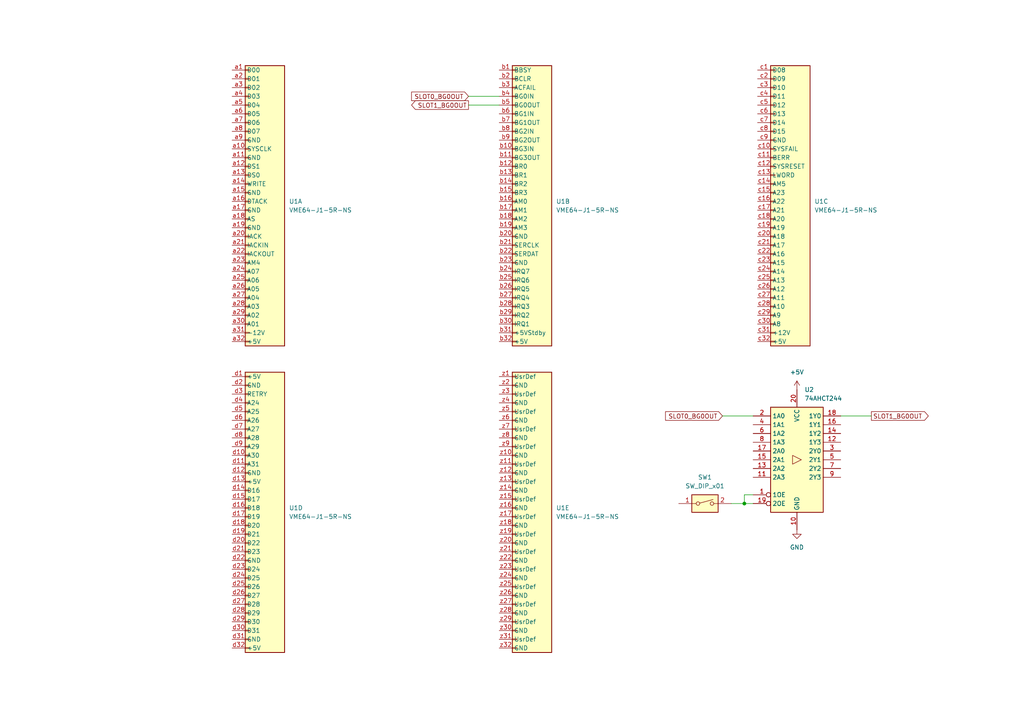
<source format=kicad_sch>
(kicad_sch (version 20230121) (generator eeschema)
  (paper "A4")
  (title_block (title "IVB-BP8") (rev "1"))
  (lib_symbols
    (symbol "74xx:74AHCT244"
      (property "Reference" "U" (at -7.62 16.51 0))
      (property "Value" "74AHCT244" (at -7.62 -16.51 0))
      (symbol "74AHCT244_1_0"
        (polyline (pts (xy 1.27 0) (xy -1.27 1.27) (xy -1.27 -1.27) (xy 1.27 0)) (stroke (width 0.1524)))
        (pin input inverted (at -12.7 -10.16 0) (length 5.08) (name "1OE") (number "1"))
        (pin power_in line (at 0 -20.32 90) (length 5.08) (name "GND") (number "10"))
        (pin input line (at -12.7 -5.08 0) (length 5.08) (name "2A3") (number "11"))
        (pin tri_state line (at 12.7 5.08 180) (length 5.08) (name "1Y3") (number "12"))
        (pin input line (at -12.7 -2.54 0) (length 5.08) (name "2A2") (number "13"))
        (pin tri_state line (at 12.7 7.62 180) (length 5.08) (name "1Y2") (number "14"))
        (pin input line (at -12.7 0 0) (length 5.08) (name "2A1") (number "15"))
        (pin tri_state line (at 12.7 10.16 180) (length 5.08) (name "1Y1") (number "16"))
        (pin input line (at -12.7 2.54 0) (length 5.08) (name "2A0") (number "17"))
        (pin tri_state line (at 12.7 12.7 180) (length 5.08) (name "1Y0") (number "18"))
        (pin input inverted (at -12.7 -12.7 0) (length 5.08) (name "2OE") (number "19"))
        (pin input line (at -12.7 12.7 0) (length 5.08) (name "1A0") (number "2"))
        (pin power_in line (at 0 20.32 270) (length 5.08) (name "VCC") (number "20"))
        (pin tri_state line (at 12.7 2.54 180) (length 5.08) (name "2Y0") (number "3"))
        (pin input line (at -12.7 10.16 0) (length 5.08) (name "1A1") (number "4"))
        (pin tri_state line (at 12.7 0 180) (length 5.08) (name "2Y1") (number "5"))
        (pin input line (at -12.7 7.62 0) (length 5.08) (name "1A2") (number "6"))
        (pin tri_state line (at 12.7 -2.54 180) (length 5.08) (name "2Y2") (number "7"))
        (pin input line (at -12.7 5.08 0) (length 5.08) (name "1A3") (number "8"))
        (pin tri_state line (at 12.7 -5.08 180) (length 5.08) (name "2Y3") (number "9"))
      )
      (symbol "74AHCT244_1_1"
        (rectangle (start -7.62 15.24) (end 7.62 -15.24) (stroke (width 0.254)) (fill (type background)))
      )
    )
    (symbol "Computie Connectors:VME64-J1-5R-NS"
      (property "Reference" "U" (at 0 40.64 0))
      (property "Value" "VME64-J1-5R-NS" (at 0 40.64 0))
      (symbol "VME64-J1-5R-NS_1_1"
        (rectangle (start -1.27 -40.513) (end 0 -40.767) (stroke (width 0.1524)))
        (rectangle (start -1.27 -37.973) (end 0 -38.227) (stroke (width 0.1524)))
        (rectangle (start -1.27 -35.433) (end 0 -35.687) (stroke (width 0.1524)))
        (rectangle (start -1.27 -32.893) (end 0 -33.147) (stroke (width 0.1524)))
        (rectangle (start -1.27 -30.353) (end 0 -30.607) (stroke (width 0.1524)))
        (rectangle (start -1.27 -27.813) (end 0 -28.067) (stroke (width 0.1524)))
        (rectangle (start -1.27 -25.273) (end 0 -25.527) (stroke (width 0.1524)))
        (rectangle (start -1.27 -22.733) (end 0 -22.987) (stroke (width 0.1524)))
        (rectangle (start -1.27 -20.193) (end 0 -20.447) (stroke (width 0.1524)))
        (rectangle (start -1.27 -17.653) (end 0 -17.907) (stroke (width 0.1524)))
        (rectangle (start -1.27 -15.113) (end 0 -15.367) (stroke (width 0.1524)))
        (rectangle (start -1.27 -12.573) (end 0 -12.827) (stroke (width 0.1524)))
        (rectangle (start -1.27 -10.033) (end 0 -10.287) (stroke (width 0.1524)))
        (rectangle (start -1.27 -7.493) (end 0 -7.747) (stroke (width 0.1524)))
        (rectangle (start -1.27 -4.953) (end 0 -5.207) (stroke (width 0.1524)))
        (rectangle (start -1.27 -2.413) (end 0 -2.667) (stroke (width 0.1524)))
        (rectangle (start -1.27 0.127) (end 0 -0.127) (stroke (width 0.1524)))
        (rectangle (start -1.27 2.667) (end 0 2.413) (stroke (width 0.1524)))
        (rectangle (start -1.27 5.207) (end 0 4.953) (stroke (width 0.1524)))
        (rectangle (start -1.27 7.747) (end 0 7.493) (stroke (width 0.1524)))
        (rectangle (start -1.27 10.287) (end 0 10.033) (stroke (width 0.1524)))
        (rectangle (start -1.27 12.827) (end 0 12.573) (stroke (width 0.1524)))
        (rectangle (start -1.27 15.367) (end 0 15.113) (stroke (width 0.1524)))
        (rectangle (start -1.27 17.907) (end 0 17.653) (stroke (width 0.1524)))
        (rectangle (start -1.27 20.447) (end 0 20.193) (stroke (width 0.1524)))
        (rectangle (start -1.27 22.987) (end 0 22.733) (stroke (width 0.1524)))
        (rectangle (start -1.27 25.527) (end 0 25.273) (stroke (width 0.1524)))
        (rectangle (start -1.27 28.067) (end 0 27.813) (stroke (width 0.1524)))
        (rectangle (start -1.27 30.607) (end 0 30.353) (stroke (width 0.1524)))
        (rectangle (start -1.27 33.147) (end 0 32.893) (stroke (width 0.1524)))
        (rectangle (start -1.27 35.687) (end 0 35.433) (stroke (width 0.1524)))
        (rectangle (start -1.27 38.227) (end 0 37.973) (stroke (width 0.1524)))
        (rectangle (start -1.27 39.37) (end 10.16 -41.91) (stroke (width 0.254)) (fill (type background)))
        (pin bidirectional line (at -5.08 38.1 0) (length 3.81) (name "D00") (number "a1"))
        (pin output line (at -5.08 15.24 0) (length 3.81) (name "SYSCLK") (number "a10"))
        (pin power_out line (at -5.08 12.7 0) (length 3.81) (name "GND") (number "a11"))
        (pin bidirectional line (at -5.08 10.16 0) (length 3.81) (name "DS1") (number "a12"))
        (pin bidirectional line (at -5.08 7.62 0) (length 3.81) (name "DS0") (number "a13"))
        (pin bidirectional line (at -5.08 5.08 0) (length 3.81) (name "WRITE") (number "a14"))
        (pin power_out line (at -5.08 2.54 0) (length 3.81) (name "GND") (number "a15"))
        (pin bidirectional line (at -5.08 0 0) (length 3.81) (name "DTACK") (number "a16"))
        (pin power_out line (at -5.08 -2.54 0) (length 3.81) (name "GND") (number "a17"))
        (pin bidirectional line (at -5.08 -5.08 0) (length 3.81) (name "AS") (number "a18"))
        (pin power_out line (at -5.08 -7.62 0) (length 3.81) (name "GND") (number "a19"))
        (pin bidirectional line (at -5.08 35.56 0) (length 3.81) (name "D01") (number "a2"))
        (pin bidirectional line (at -5.08 -10.16 0) (length 3.81) (name "IACK") (number "a20"))
        (pin input line (at -5.08 -12.7 0) (length 3.81) (name "IACKIN") (number "a21"))
        (pin output line (at -5.08 -15.24 0) (length 3.81) (name "IACKOUT") (number "a22"))
        (pin bidirectional line (at -5.08 -17.78 0) (length 3.81) (name "AM4") (number "a23"))
        (pin bidirectional line (at -5.08 -20.32 0) (length 3.81) (name "A07") (number "a24"))
        (pin bidirectional line (at -5.08 -22.86 0) (length 3.81) (name "A06") (number "a25"))
        (pin bidirectional line (at -5.08 -25.4 0) (length 3.81) (name "A05") (number "a26"))
        (pin bidirectional line (at -5.08 -27.94 0) (length 3.81) (name "A04") (number "a27"))
        (pin bidirectional line (at -5.08 -30.48 0) (length 3.81) (name "A03") (number "a28"))
        (pin bidirectional line (at -5.08 -33.02 0) (length 3.81) (name "A02") (number "a29"))
        (pin bidirectional line (at -5.08 33.02 0) (length 3.81) (name "D02") (number "a3"))
        (pin bidirectional line (at -5.08 -35.56 0) (length 3.81) (name "A01") (number "a30"))
        (pin power_out line (at -5.08 -38.1 0) (length 3.81) (name "-12V") (number "a31"))
        (pin power_out line (at -5.08 -40.64 0) (length 3.81) (name "+5V") (number "a32"))
        (pin bidirectional line (at -5.08 30.48 0) (length 3.81) (name "D03") (number "a4"))
        (pin bidirectional line (at -5.08 27.94 0) (length 3.81) (name "D04") (number "a5"))
        (pin bidirectional line (at -5.08 25.4 0) (length 3.81) (name "D05") (number "a6"))
        (pin bidirectional line (at -5.08 22.86 0) (length 3.81) (name "D06") (number "a7"))
        (pin bidirectional line (at -5.08 20.32 0) (length 3.81) (name "D07") (number "a8"))
        (pin power_out line (at -5.08 17.78 0) (length 3.81) (name "GND") (number "a9"))
      )
      (symbol "VME64-J1-5R-NS_2_1"
        (rectangle (start -1.27 -40.513) (end 0 -40.767) (stroke (width 0.1524)))
        (rectangle (start -1.27 -37.973) (end 0 -38.227) (stroke (width 0.1524)))
        (rectangle (start -1.27 -35.433) (end 0 -35.687) (stroke (width 0.1524)))
        (rectangle (start -1.27 -32.893) (end 0 -33.147) (stroke (width 0.1524)))
        (rectangle (start -1.27 -30.353) (end 0 -30.607) (stroke (width 0.1524)))
        (rectangle (start -1.27 -27.813) (end 0 -28.067) (stroke (width 0.1524)))
        (rectangle (start -1.27 -25.273) (end 0 -25.527) (stroke (width 0.1524)))
        (rectangle (start -1.27 -22.733) (end 0 -22.987) (stroke (width 0.1524)))
        (rectangle (start -1.27 -20.193) (end 0 -20.447) (stroke (width 0.1524)))
        (rectangle (start -1.27 -17.653) (end 0 -17.907) (stroke (width 0.1524)))
        (rectangle (start -1.27 -15.113) (end 0 -15.367) (stroke (width 0.1524)))
        (rectangle (start -1.27 -12.573) (end 0 -12.827) (stroke (width 0.1524)))
        (rectangle (start -1.27 -10.033) (end 0 -10.287) (stroke (width 0.1524)))
        (rectangle (start -1.27 -7.493) (end 0 -7.747) (stroke (width 0.1524)))
        (rectangle (start -1.27 -4.953) (end 0 -5.207) (stroke (width 0.1524)))
        (rectangle (start -1.27 -2.413) (end 0 -2.667) (stroke (width 0.1524)))
        (rectangle (start -1.27 0.127) (end 0 -0.127) (stroke (width 0.1524)))
        (rectangle (start -1.27 2.667) (end 0 2.413) (stroke (width 0.1524)))
        (rectangle (start -1.27 5.207) (end 0 4.953) (stroke (width 0.1524)))
        (rectangle (start -1.27 7.747) (end 0 7.493) (stroke (width 0.1524)))
        (rectangle (start -1.27 10.287) (end 0 10.033) (stroke (width 0.1524)))
        (rectangle (start -1.27 12.827) (end 0 12.573) (stroke (width 0.1524)))
        (rectangle (start -1.27 15.367) (end 0 15.113) (stroke (width 0.1524)))
        (rectangle (start -1.27 17.907) (end 0 17.653) (stroke (width 0.1524)))
        (rectangle (start -1.27 20.447) (end 0 20.193) (stroke (width 0.1524)))
        (rectangle (start -1.27 22.987) (end 0 22.733) (stroke (width 0.1524)))
        (rectangle (start -1.27 25.527) (end 0 25.273) (stroke (width 0.1524)))
        (rectangle (start -1.27 28.067) (end 0 27.813) (stroke (width 0.1524)))
        (rectangle (start -1.27 30.607) (end 0 30.353) (stroke (width 0.1524)))
        (rectangle (start -1.27 33.147) (end 0 32.893) (stroke (width 0.1524)))
        (rectangle (start -1.27 35.687) (end 0 35.433) (stroke (width 0.1524)))
        (rectangle (start -1.27 38.227) (end 0 37.973) (stroke (width 0.1524)))
        (rectangle (start -1.27 39.37) (end 10.16 -41.91) (stroke (width 0.254)) (fill (type background)))
        (pin bidirectional line (at -5.08 38.1 0) (length 3.81) (name "BBSY") (number "b1"))
        (pin input line (at -5.08 15.24 0) (length 3.81) (name "BG3IN") (number "b10"))
        (pin output line (at -5.08 12.7 0) (length 3.81) (name "BG3OUT") (number "b11"))
        (pin bidirectional line (at -5.08 10.16 0) (length 3.81) (name "BR0") (number "b12"))
        (pin bidirectional line (at -5.08 7.62 0) (length 3.81) (name "BR1") (number "b13"))
        (pin bidirectional line (at -5.08 5.08 0) (length 3.81) (name "BR2") (number "b14"))
        (pin bidirectional line (at -5.08 2.54 0) (length 3.81) (name "BR3") (number "b15"))
        (pin bidirectional line (at -5.08 0 0) (length 3.81) (name "AM0") (number "b16"))
        (pin bidirectional line (at -5.08 -2.54 0) (length 3.81) (name "AM1") (number "b17"))
        (pin bidirectional line (at -5.08 -5.08 0) (length 3.81) (name "AM2") (number "b18"))
        (pin bidirectional line (at -5.08 -7.62 0) (length 3.81) (name "AM3") (number "b19"))
        (pin bidirectional line (at -5.08 35.56 0) (length 3.81) (name "BCLR") (number "b2"))
        (pin power_out line (at -5.08 -10.16 0) (length 3.81) (name "GND") (number "b20"))
        (pin bidirectional line (at -5.08 -12.7 0) (length 3.81) (name "SERCLK") (number "b21"))
        (pin bidirectional line (at -5.08 -15.24 0) (length 3.81) (name "SERDAT") (number "b22"))
        (pin power_out line (at -5.08 -17.78 0) (length 3.81) (name "GND") (number "b23"))
        (pin bidirectional line (at -5.08 -20.32 0) (length 3.81) (name "IRQ7") (number "b24"))
        (pin bidirectional line (at -5.08 -22.86 0) (length 3.81) (name "IRQ6") (number "b25"))
        (pin bidirectional line (at -5.08 -25.4 0) (length 3.81) (name "IRQ5") (number "b26"))
        (pin bidirectional line (at -5.08 -27.94 0) (length 3.81) (name "IRQ4") (number "b27"))
        (pin bidirectional line (at -5.08 -30.48 0) (length 3.81) (name "IRQ3") (number "b28"))
        (pin bidirectional line (at -5.08 -33.02 0) (length 3.81) (name "IRQ2") (number "b29"))
        (pin output line (at -5.08 33.02 0) (length 3.81) (name "ACFAIL") (number "b3"))
        (pin bidirectional line (at -5.08 -35.56 0) (length 3.81) (name "IRQ1") (number "b30"))
        (pin power_out line (at -5.08 -38.1 0) (length 3.81) (name "+5VStdby") (number "b31"))
        (pin power_out line (at -5.08 -40.64 0) (length 3.81) (name "+5V") (number "b32"))
        (pin input line (at -5.08 30.48 0) (length 3.81) (name "BG0IN") (number "b4"))
        (pin output line (at -5.08 27.94 0) (length 3.81) (name "BG0OUT") (number "b5"))
        (pin input line (at -5.08 25.4 0) (length 3.81) (name "BG1IN") (number "b6"))
        (pin output line (at -5.08 22.86 0) (length 3.81) (name "BG1OUT") (number "b7"))
        (pin input line (at -5.08 20.32 0) (length 3.81) (name "BG2IN") (number "b8"))
        (pin output line (at -5.08 17.78 0) (length 3.81) (name "BG2OUT") (number "b9"))
      )
      (symbol "VME64-J1-5R-NS_3_1"
        (rectangle (start -1.27 -40.513) (end 0 -40.767) (stroke (width 0.1524)))
        (rectangle (start -1.27 -37.973) (end 0 -38.227) (stroke (width 0.1524)))
        (rectangle (start -1.27 -35.433) (end 0 -35.687) (stroke (width 0.1524)))
        (rectangle (start -1.27 -32.893) (end 0 -33.147) (stroke (width 0.1524)))
        (rectangle (start -1.27 -30.353) (end 0 -30.607) (stroke (width 0.1524)))
        (rectangle (start -1.27 -27.813) (end 0 -28.067) (stroke (width 0.1524)))
        (rectangle (start -1.27 -25.273) (end 0 -25.527) (stroke (width 0.1524)))
        (rectangle (start -1.27 -22.733) (end 0 -22.987) (stroke (width 0.1524)))
        (rectangle (start -1.27 -20.193) (end 0 -20.447) (stroke (width 0.1524)))
        (rectangle (start -1.27 -17.653) (end 0 -17.907) (stroke (width 0.1524)))
        (rectangle (start -1.27 -15.113) (end 0 -15.367) (stroke (width 0.1524)))
        (rectangle (start -1.27 -12.573) (end 0 -12.827) (stroke (width 0.1524)))
        (rectangle (start -1.27 -10.033) (end 0 -10.287) (stroke (width 0.1524)))
        (rectangle (start -1.27 -7.493) (end 0 -7.747) (stroke (width 0.1524)))
        (rectangle (start -1.27 -4.953) (end 0 -5.207) (stroke (width 0.1524)))
        (rectangle (start -1.27 -2.413) (end 0 -2.667) (stroke (width 0.1524)))
        (rectangle (start -1.27 0.127) (end 0 -0.127) (stroke (width 0.1524)))
        (rectangle (start -1.27 2.667) (end 0 2.413) (stroke (width 0.1524)))
        (rectangle (start -1.27 5.207) (end 0 4.953) (stroke (width 0.1524)))
        (rectangle (start -1.27 7.747) (end 0 7.493) (stroke (width 0.1524)))
        (rectangle (start -1.27 10.287) (end 0 10.033) (stroke (width 0.1524)))
        (rectangle (start -1.27 12.827) (end 0 12.573) (stroke (width 0.1524)))
        (rectangle (start -1.27 15.367) (end 0 15.113) (stroke (width 0.1524)))
        (rectangle (start -1.27 17.907) (end 0 17.653) (stroke (width 0.1524)))
        (rectangle (start -1.27 20.447) (end 0 20.193) (stroke (width 0.1524)))
        (rectangle (start -1.27 22.987) (end 0 22.733) (stroke (width 0.1524)))
        (rectangle (start -1.27 25.527) (end 0 25.273) (stroke (width 0.1524)))
        (rectangle (start -1.27 28.067) (end 0 27.813) (stroke (width 0.1524)))
        (rectangle (start -1.27 30.607) (end 0 30.353) (stroke (width 0.1524)))
        (rectangle (start -1.27 33.147) (end 0 32.893) (stroke (width 0.1524)))
        (rectangle (start -1.27 35.687) (end 0 35.433) (stroke (width 0.1524)))
        (rectangle (start -1.27 38.227) (end 0 37.973) (stroke (width 0.1524)))
        (rectangle (start -1.27 39.37) (end 10.16 -41.91) (stroke (width 0.254)) (fill (type background)))
        (pin bidirectional line (at -5.08 38.1 0) (length 3.81) (name "D08") (number "c1"))
        (pin bidirectional line (at -5.08 15.24 0) (length 3.81) (name "SYSFAIL") (number "c10"))
        (pin bidirectional line (at -5.08 12.7 0) (length 3.81) (name "BERR") (number "c11"))
        (pin bidirectional line (at -5.08 10.16 0) (length 3.81) (name "SYSRESET") (number "c12"))
        (pin bidirectional line (at -5.08 7.62 0) (length 3.81) (name "LWORD") (number "c13"))
        (pin bidirectional line (at -5.08 5.08 0) (length 3.81) (name "AM5") (number "c14"))
        (pin bidirectional line (at -5.08 2.54 0) (length 3.81) (name "A23") (number "c15"))
        (pin bidirectional line (at -5.08 0 0) (length 3.81) (name "A22") (number "c16"))
        (pin bidirectional line (at -5.08 -2.54 0) (length 3.81) (name "A21") (number "c17"))
        (pin bidirectional line (at -5.08 -5.08 0) (length 3.81) (name "A20") (number "c18"))
        (pin bidirectional line (at -5.08 -7.62 0) (length 3.81) (name "A19") (number "c19"))
        (pin bidirectional line (at -5.08 35.56 0) (length 3.81) (name "D09") (number "c2"))
        (pin bidirectional line (at -5.08 -10.16 0) (length 3.81) (name "A18") (number "c20"))
        (pin bidirectional line (at -5.08 -12.7 0) (length 3.81) (name "A17") (number "c21"))
        (pin bidirectional line (at -5.08 -15.24 0) (length 3.81) (name "A16") (number "c22"))
        (pin bidirectional line (at -5.08 -17.78 0) (length 3.81) (name "A15") (number "c23"))
        (pin bidirectional line (at -5.08 -20.32 0) (length 3.81) (name "A14") (number "c24"))
        (pin bidirectional line (at -5.08 -22.86 0) (length 3.81) (name "A13") (number "c25"))
        (pin bidirectional line (at -5.08 -25.4 0) (length 3.81) (name "A12") (number "c26"))
        (pin bidirectional line (at -5.08 -27.94 0) (length 3.81) (name "A11") (number "c27"))
        (pin bidirectional line (at -5.08 -30.48 0) (length 3.81) (name "A10") (number "c28"))
        (pin bidirectional line (at -5.08 -33.02 0) (length 3.81) (name "A9") (number "c29"))
        (pin bidirectional line (at -5.08 33.02 0) (length 3.81) (name "D10") (number "c3"))
        (pin bidirectional line (at -5.08 -35.56 0) (length 3.81) (name "A8") (number "c30"))
        (pin power_out line (at -5.08 -38.1 0) (length 3.81) (name "+12V") (number "c31"))
        (pin power_out line (at -5.08 -40.64 0) (length 3.81) (name "+5V") (number "c32"))
        (pin bidirectional line (at -5.08 30.48 0) (length 3.81) (name "D11") (number "c4"))
        (pin bidirectional line (at -5.08 27.94 0) (length 3.81) (name "D12") (number "c5"))
        (pin bidirectional line (at -5.08 25.4 0) (length 3.81) (name "D13") (number "c6"))
        (pin bidirectional line (at -5.08 22.86 0) (length 3.81) (name "D14") (number "c7"))
        (pin bidirectional line (at -5.08 20.32 0) (length 3.81) (name "D15") (number "c8"))
        (pin power_out line (at -5.08 17.78 0) (length 3.81) (name "GND") (number "c9"))
      )
      (symbol "VME64-J1-5R-NS_4_1"
        (rectangle (start -1.27 -40.513) (end 0 -40.767) (stroke (width 0.1524)))
        (rectangle (start -1.27 -37.973) (end 0 -38.227) (stroke (width 0.1524)))
        (rectangle (start -1.27 -35.433) (end 0 -35.687) (stroke (width 0.1524)))
        (rectangle (start -1.27 -32.893) (end 0 -33.147) (stroke (width 0.1524)))
        (rectangle (start -1.27 -30.353) (end 0 -30.607) (stroke (width 0.1524)))
        (rectangle (start -1.27 -27.813) (end 0 -28.067) (stroke (width 0.1524)))
        (rectangle (start -1.27 -25.273) (end 0 -25.527) (stroke (width 0.1524)))
        (rectangle (start -1.27 -22.733) (end 0 -22.987) (stroke (width 0.1524)))
        (rectangle (start -1.27 -20.193) (end 0 -20.447) (stroke (width 0.1524)))
        (rectangle (start -1.27 -17.653) (end 0 -17.907) (stroke (width 0.1524)))
        (rectangle (start -1.27 -15.113) (end 0 -15.367) (stroke (width 0.1524)))
        (rectangle (start -1.27 -12.573) (end 0 -12.827) (stroke (width 0.1524)))
        (rectangle (start -1.27 -10.033) (end 0 -10.287) (stroke (width 0.1524)))
        (rectangle (start -1.27 -7.493) (end 0 -7.747) (stroke (width 0.1524)))
        (rectangle (start -1.27 -4.953) (end 0 -5.207) (stroke (width 0.1524)))
        (rectangle (start -1.27 -2.413) (end 0 -2.667) (stroke (width 0.1524)))
        (rectangle (start -1.27 0.127) (end 0 -0.127) (stroke (width 0.1524)))
        (rectangle (start -1.27 2.667) (end 0 2.413) (stroke (width 0.1524)))
        (rectangle (start -1.27 5.207) (end 0 4.953) (stroke (width 0.1524)))
        (rectangle (start -1.27 7.747) (end 0 7.493) (stroke (width 0.1524)))
        (rectangle (start -1.27 10.287) (end 0 10.033) (stroke (width 0.1524)))
        (rectangle (start -1.27 12.827) (end 0 12.573) (stroke (width 0.1524)))
        (rectangle (start -1.27 15.367) (end 0 15.113) (stroke (width 0.1524)))
        (rectangle (start -1.27 17.907) (end 0 17.653) (stroke (width 0.1524)))
        (rectangle (start -1.27 20.447) (end 0 20.193) (stroke (width 0.1524)))
        (rectangle (start -1.27 22.987) (end 0 22.733) (stroke (width 0.1524)))
        (rectangle (start -1.27 25.527) (end 0 25.273) (stroke (width 0.1524)))
        (rectangle (start -1.27 28.067) (end 0 27.813) (stroke (width 0.1524)))
        (rectangle (start -1.27 30.607) (end 0 30.353) (stroke (width 0.1524)))
        (rectangle (start -1.27 33.147) (end 0 32.893) (stroke (width 0.1524)))
        (rectangle (start -1.27 35.687) (end 0 35.433) (stroke (width 0.1524)))
        (rectangle (start -1.27 38.227) (end 0 37.973) (stroke (width 0.1524)))
        (rectangle (start -1.27 39.37) (end 10.16 -41.91) (stroke (width 0.254)) (fill (type background)))
        (pin power_out line (at -5.08 38.1 0) (length 3.81) (name "+5V") (number "d1"))
        (pin bidirectional line (at -5.08 15.24 0) (length 3.81) (name "A30") (number "d10"))
        (pin bidirectional line (at -5.08 12.7 0) (length 3.81) (name "A31") (number "d11"))
        (pin power_out line (at -5.08 10.16 0) (length 3.81) (name "GND") (number "d12"))
        (pin power_out line (at -5.08 7.62 0) (length 3.81) (name "+5V") (number "d13"))
        (pin bidirectional line (at -5.08 5.08 0) (length 3.81) (name "D16") (number "d14"))
        (pin bidirectional line (at -5.08 2.54 0) (length 3.81) (name "D17") (number "d15"))
        (pin bidirectional line (at -5.08 0 0) (length 3.81) (name "D18") (number "d16"))
        (pin bidirectional line (at -5.08 -2.54 0) (length 3.81) (name "D19") (number "d17"))
        (pin bidirectional line (at -5.08 -5.08 0) (length 3.81) (name "D20") (number "d18"))
        (pin bidirectional line (at -5.08 -7.62 0) (length 3.81) (name "D21") (number "d19"))
        (pin power_out line (at -5.08 35.56 0) (length 3.81) (name "GND") (number "d2"))
        (pin bidirectional line (at -5.08 -10.16 0) (length 3.81) (name "D22") (number "d20"))
        (pin bidirectional line (at -5.08 -12.7 0) (length 3.81) (name "D23") (number "d21"))
        (pin power_out line (at -5.08 -15.24 0) (length 3.81) (name "GND") (number "d22"))
        (pin bidirectional line (at -5.08 -17.78 0) (length 3.81) (name "D24") (number "d23"))
        (pin bidirectional line (at -5.08 -20.32 0) (length 3.81) (name "D25") (number "d24"))
        (pin bidirectional line (at -5.08 -22.86 0) (length 3.81) (name "D26") (number "d25"))
        (pin bidirectional line (at -5.08 -25.4 0) (length 3.81) (name "D27") (number "d26"))
        (pin bidirectional line (at -5.08 -27.94 0) (length 3.81) (name "D28") (number "d27"))
        (pin bidirectional line (at -5.08 -30.48 0) (length 3.81) (name "D29") (number "d28"))
        (pin bidirectional line (at -5.08 -33.02 0) (length 3.81) (name "D30") (number "d29"))
        (pin bidirectional line (at -5.08 33.02 0) (length 3.81) (name "RETRY") (number "d3"))
        (pin bidirectional line (at -5.08 -35.56 0) (length 3.81) (name "D31") (number "d30"))
        (pin power_out line (at -5.08 -38.1 0) (length 3.81) (name "GND") (number "d31"))
        (pin power_out line (at -5.08 -40.64 0) (length 3.81) (name "+5V") (number "d32"))
        (pin bidirectional line (at -5.08 30.48 0) (length 3.81) (name "A24") (number "d4"))
        (pin bidirectional line (at -5.08 27.94 0) (length 3.81) (name "A25") (number "d5"))
        (pin bidirectional line (at -5.08 25.4 0) (length 3.81) (name "A26") (number "d6"))
        (pin bidirectional line (at -5.08 22.86 0) (length 3.81) (name "A27") (number "d7"))
        (pin bidirectional line (at -5.08 20.32 0) (length 3.81) (name "A28") (number "d8"))
        (pin bidirectional line (at -5.08 17.78 0) (length 3.81) (name "A29") (number "d9"))
      )
      (symbol "VME64-J1-5R-NS_5_1"
        (rectangle (start -1.27 -40.513) (end 0 -40.767) (stroke (width 0.1524)))
        (rectangle (start -1.27 -37.973) (end 0 -38.227) (stroke (width 0.1524)))
        (rectangle (start -1.27 -35.433) (end 0 -35.687) (stroke (width 0.1524)))
        (rectangle (start -1.27 -32.893) (end 0 -33.147) (stroke (width 0.1524)))
        (rectangle (start -1.27 -30.353) (end 0 -30.607) (stroke (width 0.1524)))
        (rectangle (start -1.27 -27.813) (end 0 -28.067) (stroke (width 0.1524)))
        (rectangle (start -1.27 -25.273) (end 0 -25.527) (stroke (width 0.1524)))
        (rectangle (start -1.27 -22.733) (end 0 -22.987) (stroke (width 0.1524)))
        (rectangle (start -1.27 -20.193) (end 0 -20.447) (stroke (width 0.1524)))
        (rectangle (start -1.27 -17.653) (end 0 -17.907) (stroke (width 0.1524)))
        (rectangle (start -1.27 -15.113) (end 0 -15.367) (stroke (width 0.1524)))
        (rectangle (start -1.27 -12.573) (end 0 -12.827) (stroke (width 0.1524)))
        (rectangle (start -1.27 -10.033) (end 0 -10.287) (stroke (width 0.1524)))
        (rectangle (start -1.27 -7.493) (end 0 -7.747) (stroke (width 0.1524)))
        (rectangle (start -1.27 -4.953) (end 0 -5.207) (stroke (width 0.1524)))
        (rectangle (start -1.27 -2.413) (end 0 -2.667) (stroke (width 0.1524)))
        (rectangle (start -1.27 0.127) (end 0 -0.127) (stroke (width 0.1524)))
        (rectangle (start -1.27 2.667) (end 0 2.413) (stroke (width 0.1524)))
        (rectangle (start -1.27 5.207) (end 0 4.953) (stroke (width 0.1524)))
        (rectangle (start -1.27 7.747) (end 0 7.493) (stroke (width 0.1524)))
        (rectangle (start -1.27 10.287) (end 0 10.033) (stroke (width 0.1524)))
        (rectangle (start -1.27 12.827) (end 0 12.573) (stroke (width 0.1524)))
        (rectangle (start -1.27 15.367) (end 0 15.113) (stroke (width 0.1524)))
        (rectangle (start -1.27 17.907) (end 0 17.653) (stroke (width 0.1524)))
        (rectangle (start -1.27 20.447) (end 0 20.193) (stroke (width 0.1524)))
        (rectangle (start -1.27 22.987) (end 0 22.733) (stroke (width 0.1524)))
        (rectangle (start -1.27 25.527) (end 0 25.273) (stroke (width 0.1524)))
        (rectangle (start -1.27 28.067) (end 0 27.813) (stroke (width 0.1524)))
        (rectangle (start -1.27 30.607) (end 0 30.353) (stroke (width 0.1524)))
        (rectangle (start -1.27 33.147) (end 0 32.893) (stroke (width 0.1524)))
        (rectangle (start -1.27 35.687) (end 0 35.433) (stroke (width 0.1524)))
        (rectangle (start -1.27 38.227) (end 0 37.973) (stroke (width 0.1524)))
        (rectangle (start -1.27 39.37) (end 10.16 -41.91) (stroke (width 0.254)) (fill (type background)))
        (pin bidirectional line (at -5.08 38.1 0) (length 3.81) (name "UsrDef") (number "z1"))
        (pin power_in line (at -5.08 15.24 0) (length 3.81) (name "GND") (number "z10"))
        (pin bidirectional line (at -5.08 12.7 0) (length 3.81) (name "UsrDef") (number "z11"))
        (pin power_in line (at -5.08 10.16 0) (length 3.81) (name "GND") (number "z12"))
        (pin bidirectional line (at -5.08 7.62 0) (length 3.81) (name "UsrDef") (number "z13"))
        (pin power_in line (at -5.08 5.08 0) (length 3.81) (name "GND") (number "z14"))
        (pin bidirectional line (at -5.08 2.54 0) (length 3.81) (name "UsrDef") (number "z15"))
        (pin power_in line (at -5.08 0 0) (length 3.81) (name "GND") (number "z16"))
        (pin bidirectional line (at -5.08 -2.54 0) (length 3.81) (name "UsrDef") (number "z17"))
        (pin power_in line (at -5.08 -5.08 0) (length 3.81) (name "GND") (number "z18"))
        (pin bidirectional line (at -5.08 -7.62 0) (length 3.81) (name "UsrDef") (number "z19"))
        (pin power_in line (at -5.08 35.56 0) (length 3.81) (name "GND") (number "z2"))
        (pin power_in line (at -5.08 -10.16 0) (length 3.81) (name "GND") (number "z20"))
        (pin bidirectional line (at -5.08 -12.7 0) (length 3.81) (name "UsrDef") (number "z21"))
        (pin power_in line (at -5.08 -15.24 0) (length 3.81) (name "GND") (number "z22"))
        (pin bidirectional line (at -5.08 -17.78 0) (length 3.81) (name "UsrDef") (number "z23"))
        (pin power_in line (at -5.08 -20.32 0) (length 3.81) (name "GND") (number "z24"))
        (pin bidirectional line (at -5.08 -22.86 0) (length 3.81) (name "UsrDef") (number "z25"))
        (pin power_in line (at -5.08 -25.4 0) (length 3.81) (name "GND") (number "z26"))
        (pin bidirectional line (at -5.08 -27.94 0) (length 3.81) (name "UsrDef") (number "z27"))
        (pin power_in line (at -5.08 -30.48 0) (length 3.81) (name "GND") (number "z28"))
        (pin bidirectional line (at -5.08 -33.02 0) (length 3.81) (name "UsrDef") (number "z29"))
        (pin bidirectional line (at -5.08 33.02 0) (length 3.81) (name "UsrDef") (number "z3"))
        (pin power_in line (at -5.08 -35.56 0) (length 3.81) (name "GND") (number "z30"))
        (pin bidirectional line (at -5.08 -38.1 0) (length 3.81) (name "UsrDef") (number "z31"))
        (pin power_in line (at -5.08 -40.64 0) (length 3.81) (name "GND") (number "z32"))
        (pin power_in line (at -5.08 30.48 0) (length 3.81) (name "GND") (number "z4"))
        (pin bidirectional line (at -5.08 27.94 0) (length 3.81) (name "UsrDef") (number "z5"))
        (pin power_in line (at -5.08 25.4 0) (length 3.81) (name "GND") (number "z6"))
        (pin bidirectional line (at -5.08 22.86 0) (length 3.81) (name "UsrDef") (number "z7"))
        (pin power_in line (at -5.08 20.32 0) (length 3.81) (name "GND") (number "z8"))
        (pin bidirectional line (at -5.08 17.78 0) (length 3.81) (name "UsrDef") (number "z9"))
      )
    )
    (symbol "Switch:SW_DIP_x01" (pin_names (offset 0) hide)
      (property "Reference" "SW" (at 0 3.81 0))
      (property "Value" "SW_DIP_x01" (at 0 -3.81 0))
      (symbol "SW_DIP_x01_0_0"
        (circle (center -2.032 0) (radius 0.508))
        (polyline (pts (xy -1.524 0.127) (xy 2.3622 1.1684)))
        (circle (center 2.032 0) (radius 0.508))
      )
      (symbol "SW_DIP_x01_0_1"
        (rectangle (start -3.81 2.54) (end 3.81 -2.54) (stroke (width 0.254)) (fill (type background)))
      )
      (symbol "SW_DIP_x01_1_1"
        (pin passive line (at -7.62 0 0) (length 5.08) (name "~") (number "1"))
        (pin passive line (at 7.62 0 180) (length 5.08) (name "~") (number "2"))
      )
    )
    (symbol "power:+5V" (power) (pin_names (offset 0))
      (property "Value" "+5V" (at 0 3.556 0))
      (symbol "+5V_0_1"
        (polyline (pts (xy -0.762 1.27) (xy 0 2.54)))
        (polyline (pts (xy 0 0) (xy 0 2.54)))
        (polyline (pts (xy 0 2.54) (xy 0.762 1.27)))
      )
      (symbol "+5V_1_1"
        (pin power_in line (at 0 0 90) (length 0) hide (name "+5V") (number "1"))
      )
    )
    (symbol "power:GND" (power) (pin_names (offset 0))
      (property "Value" "GND" (at 0 -3.81 0))
      (symbol "GND_0_1"
        (polyline (pts (xy 0 0) (xy 0 -1.27) (xy 1.27 -1.27) (xy 0 -2.54) (xy -1.27 -1.27) (xy 0 -1.27)))
      )
      (symbol "GND_1_1"
        (pin power_in line (at 0 0 270) (length 0) hide (name "GND") (number "1"))
      )
    )
  )
  (junction (at 215.9 146.05))
  (wire (pts (xy 218.44 143.51) (xy 215.9 143.51)))
  (wire (pts (xy 215.9 143.51) (xy 215.9 146.05)))
  (wire (pts (xy 215.9 146.05) (xy 218.44 146.05)))
  (wire (pts (xy 135.89 27.94) (xy 144.78 27.94)))
  (wire (pts (xy 243.84 120.65) (xy 252.73 120.65)))
  (wire (pts (xy 212.09 146.05) (xy 215.9 146.05)))
  (wire (pts (xy 209.55 120.65) (xy 218.44 120.65)))
  (wire (pts (xy 135.89 30.48) (xy 144.78 30.48)))
  (global_label "SLOT0_BG0OUT" (shape input) (at 135.89 27.94 180) (property "Intersheetrefs" "${INTERSHEET_REFS}" (effects hide)))
  (global_label "SLOT1_BG0OUT" (shape output) (at 135.89 30.48 180) (property "Intersheetrefs" "${INTERSHEET_REFS}" (effects hide)))
  (global_label "SLOT0_BG0OUT" (shape input) (at 209.55 120.65 180) (property "Intersheetrefs" "${INTERSHEET_REFS}" (effects hide)))
  (global_label "SLOT1_BG0OUT" (shape output) (at 252.73 120.65 0) (property "Intersheetrefs" "${INTERSHEET_REFS}" (effects hide)))
  (symbol (lib_id "Computie Connectors:VME64-J1-5R-NS") (at 224.79 58.42 0) (unit 3)
    (property "Reference" "U1" (at 236.22 58.42 0) (effects (justify left)))
    (property "Value" "VME64-J1-5R-NS" (at 236.22 60.96 0) (effects (justify left)))
  )
  (symbol (lib_id "Computie Connectors:VME64-J1-5R-NS") (at 149.86 147.32 0) (unit 5)
    (property "Reference" "U1" (at 161.29 147.32 0) (effects (justify left)))
    (property "Value" "VME64-J1-5R-NS" (at 161.29 149.86 0) (effects (justify left)))
  )
  (symbol (lib_id "power:+5V") (at 231.14 113.03 0) (unit 1)
    (property "Reference" "#PWR01" (effects hide))
    (property "Value" "+5V" (at 231.14 107.95 0))
  )
  (symbol (lib_id "power:GND") (at 231.14 153.67 0) (unit 1)
    (property "Reference" "#PWR02" (effects hide))
    (property "Value" "GND" (at 231.14 158.75 0))
  )
  (symbol (lib_id "Switch:SW_DIP_x01") (at 204.47 146.05 0) (unit 1)
    (property "Reference" "SW1" (at 204.47 138.43 0))
    (property "Value" "SW_DIP_x01" (at 204.47 140.97 0))
  )
  (symbol (lib_id "74xx:74AHCT244") (at 231.14 133.35 0) (unit 1)
    (property "Reference" "U2" (at 233.3341 113.03 0) (effects (justify left)))
    (property "Value" "74AHCT244" (at 233.3341 115.57 0) (effects (justify left)))
    (property "Datasheet" "https://assets.nexperia.com/documents/data-sheet/74AHC_AHCT244.pdf" (effects hide))
  )
  (symbol (lib_id "Computie Connectors:VME64-J1-5R-NS") (at 72.39 58.42 0) (unit 1)
    (property "Reference" "U1" (at 83.82 58.42 0) (effects (justify left)))
    (property "Value" "VME64-J1-5R-NS" (at 83.82 60.96 0) (effects (justify left)))
  )
  (symbol (lib_id "Computie Connectors:VME64-J1-5R-NS") (at 72.39 147.32 0) (unit 4)
    (property "Reference" "U1" (at 83.82 147.32 0) (effects (justify left)))
    (property "Value" "VME64-J1-5R-NS" (at 83.82 149.86 0) (effects (justify left)))
  )
  (symbol (lib_id "Computie Connectors:VME64-J1-5R-NS") (at 149.86 58.42 0) (unit 2)
    (property "Reference" "U1" (at 161.29 58.42 0) (effects (justify left)))
    (property "Value" "VME64-J1-5R-NS" (at 161.29 60.96 0) (effects (justify left)))
  )
)
</source>
